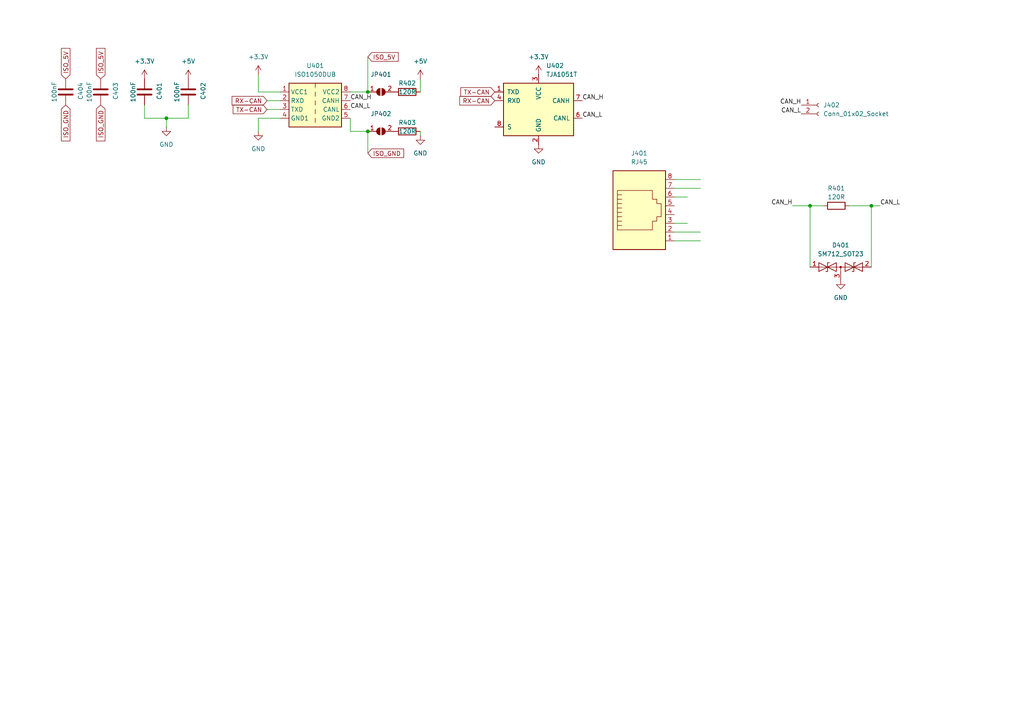
<source format=kicad_sch>
(kicad_sch (version 20231120) (generator "eeschema") (generator_version "8.0")
  (paper "A4")
  (lib_symbols
    (symbol "Connector:Conn_01x02_Socket" (pin_names (offset 1.016) hide)
      (property "Reference" "J" (at 0 2.54 0))
      (property "Value" "Conn_01x02_Socket" (at 0 -5.08 0))
      (symbol "Conn_01x02_Socket_1_1"
        (arc (start 0 -2.032) (mid -0.5058 -2.54) (end 0 -3.048) (stroke (width 0.1524)))
        (polyline (pts (xy -1.27 -2.54) (xy -0.508 -2.54)) (stroke (width 0.1524)))
        (polyline (pts (xy -1.27 0) (xy -0.508 0)) (stroke (width 0.1524)))
        (arc (start 0 0.508) (mid -0.5058 0) (end 0 -0.508) (stroke (width 0.1524)))
        (pin passive line (at -5.08 0 0) (length 3.81) (name "Pin_1") (number "1"))
        (pin passive line (at -5.08 -2.54 0) (length 3.81) (name "Pin_2") (number "2"))
      )
    )
    (symbol "Connector:RJ45" (pin_names (offset 1.016))
      (property "Reference" "J" (at -5.08 13.97 0))
      (property "Value" "RJ45" (at 2.54 13.97 0))
      (symbol "RJ45_0_1"
        (polyline (pts (xy -5.08 4.445) (xy -6.35 4.445)))
        (polyline (pts (xy -5.08 5.715) (xy -6.35 5.715)))
        (polyline (pts (xy -6.35 -3.175) (xy -5.08 -3.175) (xy -5.08 -3.175)))
        (polyline (pts (xy -6.35 -1.905) (xy -5.08 -1.905) (xy -5.08 -1.905)))
        (polyline (pts (xy -6.35 -0.635) (xy -5.08 -0.635) (xy -5.08 -0.635)))
        (polyline (pts (xy -6.35 0.635) (xy -5.08 0.635) (xy -5.08 0.635)))
        (polyline (pts (xy -6.35 1.905) (xy -5.08 1.905) (xy -5.08 1.905)))
        (polyline (pts (xy -5.08 3.175) (xy -6.35 3.175) (xy -6.35 3.175)))
        (polyline (pts (xy -6.35 -4.445) (xy -6.35 6.985) (xy 3.81 6.985) (xy 3.81 4.445) (xy 5.08 4.445) (xy 5.08 3.175) (xy 6.35 3.175) (xy 6.35 -0.635) (xy 5.08 -0.635) (xy 5.08 -1.905) (xy 3.81 -1.905) (xy 3.81 -4.445) (xy -6.35 -4.445) (xy -6.35 -4.445)))
        (rectangle (start 7.62 12.7) (end -7.62 -10.16) (stroke (width 0.254)) (fill (type background)))
      )
      (symbol "RJ45_1_1"
        (pin passive line (at 10.16 -7.62 180) (length 2.54) (name "~") (number "1"))
        (pin passive line (at 10.16 -5.08 180) (length 2.54) (name "~") (number "2"))
        (pin passive line (at 10.16 -2.54 180) (length 2.54) (name "~") (number "3"))
        (pin passive line (at 10.16 0 180) (length 2.54) (name "~") (number "4"))
        (pin passive line (at 10.16 2.54 180) (length 2.54) (name "~") (number "5"))
        (pin passive line (at 10.16 5.08 180) (length 2.54) (name "~") (number "6"))
        (pin passive line (at 10.16 7.62 180) (length 2.54) (name "~") (number "7"))
        (pin passive line (at 10.16 10.16 180) (length 2.54) (name "~") (number "8"))
      )
    )
    (symbol "Device:C" (pin_numbers hide) (pin_names (offset 0.254))
      (property "Reference" "C" (at 0.635 2.54 0))
      (property "Value" "C" (at 0.635 -2.54 0))
      (symbol "C_0_1"
        (polyline (pts (xy -2.032 -0.762) (xy 2.032 -0.762)) (stroke (width 0.508)))
        (polyline (pts (xy -2.032 0.762) (xy 2.032 0.762)) (stroke (width 0.508)))
      )
      (symbol "C_1_1"
        (pin passive line (at 0 3.81 270) (length 2.794) (name "~") (number "1"))
        (pin passive line (at 0 -3.81 90) (length 2.794) (name "~") (number "2"))
      )
    )
    (symbol "Device:R" (pin_numbers hide) (pin_names (offset 0))
      (property "Reference" "R" (at 2.032 0 90))
      (property "Value" "R" (at 0 0 90))
      (symbol "R_0_1"
        (rectangle (start -1.016 -2.54) (end 1.016 2.54) (stroke (width 0.254)))
      )
      (symbol "R_1_1"
        (pin passive line (at 0 3.81 270) (length 1.27) (name "~") (number "1"))
        (pin passive line (at 0 -3.81 90) (length 1.27) (name "~") (number "2"))
      )
    )
    (symbol "Diode:SM712_SOT23" (pin_names (offset 1.016) hide)
      (property "Reference" "D" (at 0 4.445 0))
      (property "Value" "SM712_SOT23" (at 0 2.54 0))
      (symbol "SM712_SOT23_0_0"
        (polyline (pts (xy 0 -1.27) (xy 0 0)))
      )
      (symbol "SM712_SOT23_0_1"
        (polyline (pts (xy -6.35 0) (xy 6.35 0)))
        (polyline (pts (xy -3.302 1.27) (xy -3.81 1.27) (xy -3.81 -1.27) (xy -4.318 -1.27)) (stroke (width 0.2032)))
        (polyline (pts (xy 4.318 1.27) (xy 3.81 1.27) (xy 3.81 -1.27) (xy 3.302 -1.27)) (stroke (width 0.2032)))
        (polyline (pts (xy -6.35 -1.27) (xy -1.27 1.27) (xy -1.27 -1.27) (xy -6.35 1.27) (xy -6.35 -1.27)) (stroke (width 0.2032)))
        (polyline (pts (xy 1.27 -1.27) (xy 1.27 1.27) (xy 6.35 -1.27) (xy 6.35 1.27) (xy 1.27 -1.27)) (stroke (width 0.2032)))
        (circle (center 0 0) (radius 0.254) (fill (type outline)))
      )
      (symbol "SM712_SOT23_1_1"
        (pin passive line (at -8.89 0 0) (length 2.54) (name "A1") (number "1"))
        (pin passive line (at 8.89 0 180) (length 2.54) (name "A2") (number "2"))
        (pin input line (at 0 -3.81 90) (length 2.54) (name "common") (number "3"))
      )
    )
    (symbol "Interface_CAN_LIN:ISO1050DUB"
      (property "Reference" "U" (at -6.35 6.35 0))
      (property "Value" "ISO1050DUB" (at 2.54 6.35 0))
      (symbol "ISO1050DUB_0_1"
        (rectangle (start -7.62 5.08) (end 7.62 -7.62) (stroke (width 0.254)) (fill (type background)))
        (polyline (pts (xy 0 -5.08) (xy 0 -6.35)))
        (polyline (pts (xy 0 -2.54) (xy 0 -3.81)))
        (polyline (pts (xy 0 0) (xy 0 -1.27)))
        (polyline (pts (xy 0 2.54) (xy 0 1.27)))
        (polyline (pts (xy 0 5.08) (xy 0 3.81)))
      )
      (symbol "ISO1050DUB_1_1"
        (pin power_in line (at -10.16 2.54 0) (length 2.54) (name "VCC1") (number "1"))
        (pin output line (at -10.16 0 0) (length 2.54) (name "RXD") (number "2"))
        (pin input line (at -10.16 -2.54 0) (length 2.54) (name "TXD") (number "3"))
        (pin power_in line (at -10.16 -5.08 0) (length 2.54) (name "GND1") (number "4"))
        (pin power_in line (at 10.16 -5.08 180) (length 2.54) (name "GND2") (number "5"))
        (pin bidirectional line (at 10.16 -2.54 180) (length 2.54) (name "CANL") (number "6"))
        (pin bidirectional line (at 10.16 0 180) (length 2.54) (name "CANH") (number "7"))
        (pin power_in line (at 10.16 2.54 180) (length 2.54) (name "VCC2") (number "8"))
      )
    )
    (symbol "Interface_CAN_LIN:TJA1051T" (pin_names (offset 1.016))
      (property "Reference" "U" (at -10.16 8.89 0))
      (property "Value" "TJA1051T" (at 1.27 8.89 0))
      (symbol "TJA1051T_0_1"
        (rectangle (start -10.16 7.62) (end 10.16 -7.62) (stroke (width 0.254)) (fill (type background)))
      )
      (symbol "TJA1051T_1_1"
        (pin input line (at -12.7 5.08 0) (length 2.54) (name "TXD") (number "1"))
        (pin power_in line (at 0 -10.16 90) (length 2.54) (name "GND") (number "2"))
        (pin power_in line (at 0 10.16 270) (length 2.54) (name "VCC") (number "3"))
        (pin output line (at -12.7 2.54 0) (length 2.54) (name "RXD") (number "4"))
        (pin no_connect line (at -10.16 -2.54 0) (length 2.54) hide (name "NC") (number "5"))
        (pin bidirectional line (at 12.7 -2.54 180) (length 2.54) (name "CANL") (number "6"))
        (pin bidirectional line (at 12.7 2.54 180) (length 2.54) (name "CANH") (number "7"))
        (pin input line (at -12.7 -5.08 0) (length 2.54) (name "S") (number "8"))
      )
    )
    (symbol "Jumper:SolderJumper_2_Open" (pin_names (offset 0) hide)
      (property "Reference" "JP" (at 0 2.032 0))
      (property "Value" "SolderJumper_2_Open" (at 0 -2.54 0))
      (symbol "SolderJumper_2_Open_0_1"
        (arc (start -0.254 1.016) (mid -1.2656 0) (end -0.254 -1.016))
        (arc (start -0.254 1.016) (mid -1.2656 0) (end -0.254 -1.016) (fill (type outline)))
        (polyline (pts (xy -0.254 1.016) (xy -0.254 -1.016)))
        (polyline (pts (xy 0.254 1.016) (xy 0.254 -1.016)))
        (arc (start 0.254 -1.016) (mid 1.2656 0) (end 0.254 1.016))
        (arc (start 0.254 -1.016) (mid 1.2656 0) (end 0.254 1.016) (fill (type outline)))
      )
      (symbol "SolderJumper_2_Open_1_1"
        (pin passive line (at -3.81 0 0) (length 2.54) (name "A") (number "1"))
        (pin passive line (at 3.81 0 180) (length 2.54) (name "B") (number "2"))
      )
    )
    (symbol "power:+3.3V" (power) (pin_numbers hide) (pin_names (offset 0) hide)
      (property "Value" "+3.3V" (at 0 3.556 0))
      (symbol "+3.3V_0_1"
        (polyline (pts (xy -0.762 1.27) (xy 0 2.54)))
        (polyline (pts (xy 0 0) (xy 0 2.54)))
        (polyline (pts (xy 0 2.54) (xy 0.762 1.27)))
      )
      (symbol "+3.3V_1_1"
        (pin power_in line (at 0 0 90) (length 0) (name "~") (number "1"))
      )
    )
    (symbol "power:+5V" (power) (pin_numbers hide) (pin_names (offset 0) hide)
      (property "Value" "+5V" (at 0 3.556 0))
      (symbol "+5V_0_1"
        (polyline (pts (xy -0.762 1.27) (xy 0 2.54)))
        (polyline (pts (xy 0 0) (xy 0 2.54)))
        (polyline (pts (xy 0 2.54) (xy 0.762 1.27)))
      )
      (symbol "+5V_1_1"
        (pin power_in line (at 0 0 90) (length 0) (name "~") (number "1"))
      )
    )
    (symbol "power:GND" (power) (pin_numbers hide) (pin_names (offset 0) hide)
      (property "Value" "GND" (at 0 -3.81 0))
      (symbol "GND_0_1"
        (polyline (pts (xy 0 0) (xy 0 -1.27) (xy 1.27 -1.27) (xy 0 -2.54) (xy -1.27 -1.27) (xy 0 -1.27)))
      )
      (symbol "GND_1_1"
        (pin power_in line (at 0 0 270) (length 0) (name "~") (number "1"))
      )
    )
  )
  (junction (at 106.68 26.67))
  (junction (at 106.68 38.1))
  (junction (at 48.26 34.29))
  (junction (at 234.95 59.69))
  (junction (at 252.73 59.69))
  (wire (pts (xy 234.95 59.69) (xy 238.76 59.69)))
  (wire (pts (xy 252.73 59.69) (xy 252.73 77.47)))
  (wire (pts (xy 246.38 59.69) (xy 252.73 59.69)))
  (wire (pts (xy 229.87 59.69) (xy 234.95 59.69)))
  (wire (pts (xy 195.58 67.31) (xy 203.2 67.31)))
  (wire (pts (xy 195.58 64.77) (xy 199.39 64.77)))
  (wire (pts (xy 106.68 16.51) (xy 106.68 26.67)))
  (wire (pts (xy 195.58 52.07) (xy 203.2 52.07)))
  (wire (pts (xy 101.6 34.29) (xy 101.6 38.1)))
  (wire (pts (xy 54.61 34.29) (xy 48.26 34.29)))
  (wire (pts (xy 106.68 38.1) (xy 106.68 44.45)))
  (wire (pts (xy 195.58 57.15) (xy 199.39 57.15)))
  (wire (pts (xy 101.6 38.1) (xy 106.68 38.1)))
  (wire (pts (xy 121.92 38.1) (xy 121.92 39.37)))
  (wire (pts (xy 101.6 26.67) (xy 106.68 26.67)))
  (wire (pts (xy 195.58 54.61) (xy 203.2 54.61)))
  (wire (pts (xy 234.95 59.69) (xy 234.95 77.47)))
  (wire (pts (xy 121.92 22.86) (xy 121.92 26.67)))
  (wire (pts (xy 41.91 30.48) (xy 41.91 34.29)))
  (wire (pts (xy 252.73 59.69) (xy 255.27 59.69)))
  (wire (pts (xy 74.93 26.67) (xy 81.28 26.67)))
  (wire (pts (xy 77.47 29.21) (xy 81.28 29.21)))
  (wire (pts (xy 54.61 30.48) (xy 54.61 34.29)))
  (wire (pts (xy 77.47 31.75) (xy 81.28 31.75)))
  (wire (pts (xy 74.93 38.1) (xy 74.93 34.29)))
  (wire (pts (xy 74.93 21.59) (xy 74.93 26.67)))
  (wire (pts (xy 48.26 36.83) (xy 48.26 34.29)))
  (wire (pts (xy 195.58 69.85) (xy 203.2 69.85)))
  (wire (pts (xy 74.93 34.29) (xy 81.28 34.29)))
  (wire (pts (xy 41.91 34.29) (xy 48.26 34.29)))
  (label "CAN_L" (at 101.6 31.75 0))
  (label "CAN_L" (at 232.41 33.02 180))
  (label "CAN_H" (at 232.41 30.48 180))
  (label "CAN_L" (at 168.91 34.29 0))
  (label "CAN_H" (at 101.6 29.21 0))
  (label "CAN_H" (at 229.87 59.69 180))
  (label "CAN_L" (at 255.27 59.69 0))
  (label "CAN_H" (at 168.91 29.21 0))
  (global_label "ISO_5V" (shape input) (at 19.05 22.86 90) (property "Intersheetrefs" "${INTERSHEET_REFS}" (effects (hide yes))))
  (global_label "TX-CAN" (shape input) (at 77.47 31.75 180) (property "Intersheetrefs" "${INTERSHEET_REFS}" (effects (hide yes))))
  (global_label "TX-CAN" (shape input) (at 143.51 26.67 180) (property "Intersheetrefs" "${INTERSHEET_REFS}" (effects (hide yes))))
  (global_label "ISO_GND" (shape input) (at 19.05 30.48 270) (property "Intersheetrefs" "${INTERSHEET_REFS}" (effects (hide yes))))
  (global_label "ISO_GND" (shape input) (at 29.21 30.48 270) (property "Intersheetrefs" "${INTERSHEET_REFS}" (effects (hide yes))))
  (global_label "ISO_GND" (shape input) (at 106.68 44.45 0) (property "Intersheetrefs" "${INTERSHEET_REFS}" (effects (hide yes))))
  (global_label "ISO_5V" (shape input) (at 106.68 16.51 0) (property "Intersheetrefs" "${INTERSHEET_REFS}" (effects (hide yes))))
  (global_label "ISO_5V" (shape input) (at 29.21 22.86 90) (property "Intersheetrefs" "${INTERSHEET_REFS}" (effects (hide yes))))
  (global_label "RX-CAN" (shape input) (at 143.51 29.21 180) (property "Intersheetrefs" "${INTERSHEET_REFS}" (effects (hide yes))))
  (global_label "RX-CAN" (shape input) (at 77.47 29.21 180) (property "Intersheetrefs" "${INTERSHEET_REFS}" (effects (hide yes))))
  (symbol (lib_id "Device:R") (at 242.57 59.69 90) (unit 1)
    (property "Reference" "R401" (at 242.57 54.61 90))
    (property "Value" "120R" (at 242.57 57.15 90))
    (property "Footprint" "Resistor_SMD:R_0603_1608Metric_Pad0.98x0.95mm_HandSolder" (effects (hide yes)))
  )
  (symbol (lib_id "Jumper:SolderJumper_2_Open") (at 110.49 26.67 0) (unit 1)
    (property "Reference" "JP401" (at 110.49 21.59 0))
    (property "Value" "SolderJumper_2_Open" (effects (hide yes)))
    (property "Footprint" "Manupa:small_jumper" (effects (hide yes)))
  )
  (symbol (lib_id "power:GND") (at 48.26 36.83 0) (unit 1)
    (property "Reference" "#PWR0409" (effects (hide yes)))
    (property "Value" "GND" (at 48.26 41.91 0))
    (property "Description" "Power symbol creates a global label with name \"GND\" , ground" (effects (hide yes)))
  )
  (symbol (lib_id "Jumper:SolderJumper_2_Open") (at 110.49 38.1 0) (unit 1)
    (property "Reference" "JP402" (at 110.49 33.02 0))
    (property "Value" "SolderJumper_2_Open" (effects (hide yes)))
    (property "Footprint" "Manupa:small_jumper" (effects (hide yes)))
  )
  (symbol (lib_id "power:GND") (at 156.21 41.91 0) (unit 1)
    (property "Reference" "#PWR0404" (effects (hide yes)))
    (property "Value" "GND" (at 156.21 46.99 0))
    (property "Description" "Power symbol creates a global label with name \"GND\" , ground" (effects (hide yes)))
  )
  (symbol (lib_id "Connector:RJ45") (at 185.42 62.23 0) (unit 1)
    (property "Reference" "J401" (at 185.42 44.45 0))
    (property "Value" "RJ45" (at 185.42 46.99 0))
    (property "Footprint" "Connector_RJ:RJ45_Amphenol_54602-x08_Horizontal" (effects (hide yes)))
    (property "Description" "RJ connector, 8P8C (8 positions 8 connected)" (effects (hide yes)))
  )
  (symbol (lib_id "power:+5V") (at 54.61 22.86 0) (unit 1)
    (property "Reference" "#PWR0410" (effects (hide yes)))
    (property "Value" "+5V" (at 54.61 17.78 0))
    (property "Description" "Power symbol creates a global label with name \"+5V\"" (effects (hide yes)))
  )
  (symbol (lib_id "power:GND") (at 74.93 38.1 0) (unit 1)
    (property "Reference" "#PWR0402" (effects (hide yes)))
    (property "Value" "GND" (at 74.93 43.18 0))
    (property "Description" "Power symbol creates a global label with name \"GND\" , ground" (effects (hide yes)))
  )
  (symbol (lib_id "Interface_CAN_LIN:ISO1050DUB") (at 91.44 29.21 0) (unit 1)
    (property "Reference" "U401" (at 91.44 19.05 0))
    (property "Value" "ISO1050DUB" (at 91.44 21.59 0))
    (property "Footprint" "Package_SO:SOP-8_6.62x9.15mm_P2.54mm" (effects (hide yes)))
    (property "Datasheet" "http://www.ti.com/lit/ds/symlink/iso1050.pdf" (effects (hide yes)))
    (property "Description" "Isolated CAN Transceiver, SOP-8" (effects (hide yes)))
  )
  (symbol (lib_id "Device:R") (at 118.11 38.1 90) (unit 1)
    (property "Reference" "R403" (at 118.11 35.56 90))
    (property "Value" "120R" (at 118.11 38.1 90))
    (property "Footprint" "Resistor_SMD:R_2512_6332Metric_Pad1.40x3.35mm_HandSolder" (effects (hide yes)))
  )
  (symbol (lib_id "Interface_CAN_LIN:TJA1051T") (at 156.21 31.75 0) (unit 1)
    (property "Reference" "U402" (at 158.4041 19.05 0) (effects (justify left)))
    (property "Value" "TJA1051T" (at 158.4041 21.59 0) (effects (justify left)))
    (property "Footprint" "Package_SO:SOIC-8_3.9x4.9mm_P1.27mm" (effects (hide yes)))
    (property "Datasheet" "http://www.nxp.com/docs/en/data-sheet/TJA1051.pdf" (effects (hide yes)))
    (property "Description" "High-Speed CAN Transceiver, silent mode, SOIC-8" (effects (hide yes)))
  )
  (symbol (lib_id "power:GND") (at 243.84 81.28 0) (unit 1)
    (property "Reference" "#PWR0407" (effects (hide yes)))
    (property "Value" "GND" (at 243.84 86.36 0))
    (property "Description" "Power symbol creates a global label with name \"GND\" , ground" (effects (hide yes)))
  )
  (symbol (lib_id "power:+3.3V") (at 41.91 22.86 0) (unit 1)
    (property "Reference" "#PWR0408" (effects (hide yes)))
    (property "Value" "+3.3V" (at 41.91 17.78 0))
    (property "Description" "Power symbol creates a global label with name \"+3.3V\"" (effects (hide yes)))
  )
  (symbol (lib_id "power:GND") (at 121.92 39.37 0) (unit 1)
    (property "Reference" "#PWR0406" (effects (hide yes)))
    (property "Value" "GND" (at 121.92 44.45 0))
    (property "Description" "Power symbol creates a global label with name \"GND\" , ground" (effects (hide yes)))
  )
  (symbol (lib_id "power:+3.3V") (at 156.21 21.59 0) (unit 1)
    (property "Reference" "#PWR0403" (effects (hide yes)))
    (property "Value" "+3.3V" (at 156.21 16.51 0))
    (property "Description" "Power symbol creates a global label with name \"+3.3V\"" (effects (hide yes)))
  )
  (symbol (lib_id "Connector:Conn_01x02_Socket") (at 237.49 30.48 0) (unit 1)
    (property "Reference" "J402" (at 238.76 30.4799 0) (effects (justify left)))
    (property "Value" "Conn_01x02_Socket" (at 238.76 33.0199 0) (effects (justify left)))
    (property "Footprint" "Connector_Molex:Molex_KK-254_AE-6410-02A_1x02_P2.54mm_Vertical" (effects (hide yes)))
    (property "Description" "Generic connector, single row, 01x02, script generated" (effects (hide yes)))
  )
  (symbol (lib_id "Device:C") (at 41.91 26.67 180) (unit 1)
    (property "Reference" "C401" (at 46.228 26.416 90))
    (property "Value" "100nF" (at 38.608 26.67 90))
    (property "Footprint" "Capacitor_SMD:C_0603_1608Metric_Pad1.08x0.95mm_HandSolder" (effects (hide yes)))
    (property "Description" "Unpolarized capacitor" (effects (hide yes)))
  )
  (symbol (lib_id "Diode:SM712_SOT23") (at 243.84 77.47 0) (unit 1)
    (property "Reference" "D401" (at 243.84 71.12 0))
    (property "Value" "SM712_SOT23" (at 243.84 73.66 0))
    (property "Footprint" "Package_TO_SOT_SMD:SOT-23" (effects (hide yes)))
    (property "Datasheet" "https://www.littelfuse.com/~/media/electronics/datasheets/tvs_diode_arrays/littelfuse_tvs_diode_array_sm712_datasheet.pdf.pdf" (effects (hide yes)))
    (property "Description" "7V/12V, 600W Asymmetrical TVS Diode Array, SOT-23" (effects (hide yes)))
  )
  (symbol (lib_id "power:+5V") (at 121.92 22.86 0) (unit 1)
    (property "Reference" "#PWR0405" (effects (hide yes)))
    (property "Value" "+5V" (at 121.92 17.78 0))
    (property "Description" "Power symbol creates a global label with name \"+5V\"" (effects (hide yes)))
  )
  (symbol (lib_id "Device:R") (at 118.11 26.67 90) (unit 1)
    (property "Reference" "R402" (at 118.11 24.13 90))
    (property "Value" "120R" (at 118.11 26.67 90))
    (property "Footprint" "Resistor_SMD:R_2512_6332Metric_Pad1.40x3.35mm_HandSolder" (effects (hide yes)))
  )
  (symbol (lib_id "Device:C") (at 54.61 26.67 180) (unit 1)
    (property "Reference" "C402" (at 58.928 26.416 90))
    (property "Value" "100nF" (at 51.308 26.67 90))
    (property "Footprint" "Capacitor_SMD:C_0603_1608Metric_Pad1.08x0.95mm_HandSolder" (effects (hide yes)))
    (property "Description" "Unpolarized capacitor" (effects (hide yes)))
  )
  (symbol (lib_id "power:+3.3V") (at 74.93 21.59 0) (unit 1)
    (property "Reference" "#PWR0401" (effects (hide yes)))
    (property "Value" "+3.3V" (at 74.93 16.51 0))
    (property "Description" "Power symbol creates a global label with name \"+3.3V\"" (effects (hide yes)))
  )
  (symbol (lib_id "Device:C") (at 29.21 26.67 180) (unit 1)
    (property "Reference" "C403" (at 33.528 26.416 90))
    (property "Value" "100nF" (at 25.908 26.67 90))
    (property "Footprint" "Capacitor_SMD:C_0603_1608Metric_Pad1.08x0.95mm_HandSolder" (effects (hide yes)))
    (property "Description" "Unpolarized capacitor" (effects (hide yes)))
  )
  (symbol (lib_id "Device:C") (at 19.05 26.67 180) (unit 1)
    (property "Reference" "C404" (at 23.368 26.416 90))
    (property "Value" "100nF" (at 15.748 26.67 90))
    (property "Footprint" "Capacitor_SMD:C_0603_1608Metric_Pad1.08x0.95mm_HandSolder" (effects (hide yes)))
    (property "Description" "Unpolarized capacitor" (effects (hide yes)))
  )
)
</source>
